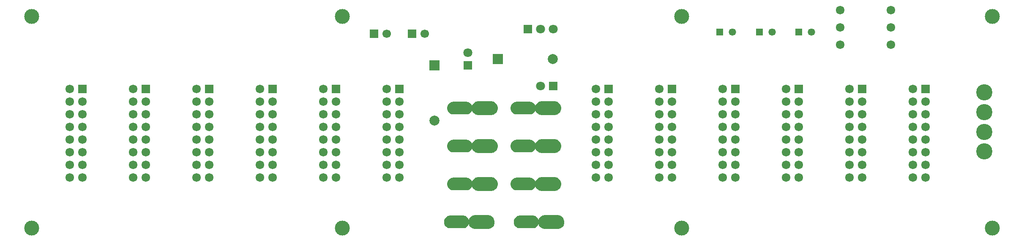
<source format=gbs>
G04 DipTrace 2.4.0.2*
%INbusboard_12_place_ext_workfinal.GBS*%
%MOMM*%
%ADD17C,1.8*%
%ADD32R,1.8X1.8*%
%ADD33C,1.8*%
%ADD36C,3.0*%
%ADD45C,1.724*%
%ADD47C,3.248*%
%ADD49C,2.0*%
%ADD50R,2.0X2.0*%
%ADD53C,1.7*%
%ADD55R,1.7X1.7*%
%ADD57R,1.47X1.47*%
%ADD59C,1.47*%
%ADD61R,1.724X1.724*%
%ADD63C,1.724*%
%FSLAX53Y53*%
G04*
G71*
G90*
G75*
G01*
%LNBotMask*%
%LPD*%
D63*
X129380Y39210D3*
Y36670D3*
Y34130D3*
Y31590D3*
Y29050D3*
Y26510D3*
Y23970D3*
X126840D3*
Y26510D3*
Y29050D3*
Y31590D3*
Y34130D3*
Y36670D3*
Y39210D3*
Y41750D3*
D61*
X129380D3*
D63*
X36670Y39210D3*
Y36670D3*
Y34130D3*
Y31590D3*
Y29050D3*
Y26510D3*
Y23970D3*
X34130D3*
Y26510D3*
Y29050D3*
Y31590D3*
Y34130D3*
Y36670D3*
Y39210D3*
Y41750D3*
D61*
X36670D3*
D63*
X87470Y39210D3*
Y36670D3*
Y34130D3*
Y31590D3*
Y29050D3*
Y26510D3*
Y23970D3*
X84930D3*
Y26510D3*
Y29050D3*
Y31590D3*
Y34130D3*
Y36670D3*
Y39210D3*
Y41750D3*
D61*
X87470D3*
D63*
X180180Y39210D3*
Y36670D3*
Y34130D3*
Y31590D3*
Y29050D3*
Y26510D3*
Y23970D3*
X177640D3*
Y26510D3*
Y29050D3*
Y31590D3*
Y34130D3*
Y36670D3*
Y39210D3*
Y41750D3*
D61*
X180180D3*
D63*
X167480Y39210D3*
Y36670D3*
Y34130D3*
Y31590D3*
Y29050D3*
Y26510D3*
Y23970D3*
X164940D3*
Y26510D3*
Y29050D3*
Y31590D3*
Y34130D3*
Y36670D3*
Y39210D3*
Y41750D3*
D61*
X167480D3*
D63*
X154780Y39210D3*
Y36670D3*
Y34130D3*
Y31590D3*
Y29050D3*
Y26510D3*
Y23970D3*
X152240D3*
Y26510D3*
Y29050D3*
Y31590D3*
Y34130D3*
Y36670D3*
Y39210D3*
Y41750D3*
D61*
X154780D3*
D63*
X142080Y39210D3*
Y36670D3*
Y34130D3*
Y31590D3*
Y29050D3*
Y26510D3*
Y23970D3*
X139540D3*
Y26510D3*
Y29050D3*
Y31590D3*
Y34130D3*
Y36670D3*
Y39210D3*
Y41750D3*
D61*
X142080D3*
D59*
X154145Y53180D3*
D57*
X151605D3*
D59*
X162083D3*
D57*
X159543D3*
D59*
X170020D3*
D57*
X167480D3*
D36*
X13810Y56355D3*
Y13810D3*
X206215Y56355D3*
Y13810D3*
G36*
X100804Y39210D2*
X101238Y39134D1*
X101621Y38914D1*
X101904Y38576D1*
X102056Y38162D1*
Y37721D1*
X101905Y37306D1*
X101622Y36968D1*
X101240Y36747D1*
X100806Y36670D1*
X98266D1*
X97832Y36746D1*
X97450Y36966D1*
X97166Y37304D1*
X97015Y37718D1*
X97014Y38159D1*
X97165Y38574D1*
X97448Y38912D1*
X97830Y39133D1*
X98264Y39210D1*
X100804D1*
G37*
G36*
X105813Y39310D2*
X106273Y39229D1*
X106686Y38991D1*
X106992Y38627D1*
X107155Y38179D1*
X107156Y37703D1*
X106993Y37255D1*
X106688Y36890D1*
X106275Y36652D1*
X105815Y36570D1*
X103257D1*
X102797Y36651D1*
X102384Y36889D1*
X102078Y37253D1*
X101915Y37701D1*
X101914Y38177D1*
X102077Y38625D1*
X102382Y38990D1*
X102795Y39228D1*
X103255Y39310D1*
X105813D1*
G37*
G36*
X100804Y31590D2*
X101238Y31514D1*
X101621Y31294D1*
X101904Y30956D1*
X102056Y30542D1*
Y30101D1*
X101905Y29686D1*
X101622Y29348D1*
X101240Y29127D1*
X100806Y29050D1*
X98266D1*
X97832Y29126D1*
X97450Y29346D1*
X97166Y29684D1*
X97015Y30098D1*
X97014Y30539D1*
X97165Y30954D1*
X97448Y31292D1*
X97830Y31513D1*
X98264Y31590D1*
X100804D1*
G37*
G36*
X105813Y31690D2*
X106273Y31609D1*
X106686Y31371D1*
X106992Y31007D1*
X107155Y30559D1*
X107156Y30083D1*
X106993Y29635D1*
X106688Y29270D1*
X106275Y29032D1*
X105815Y28950D1*
X103257D1*
X102797Y29031D1*
X102384Y29269D1*
X102078Y29633D1*
X101915Y30081D1*
X101914Y30557D1*
X102077Y31005D1*
X102382Y31370D1*
X102795Y31608D1*
X103255Y31690D1*
X105813D1*
G37*
G36*
X100804Y23970D2*
X101238Y23894D1*
X101621Y23674D1*
X101904Y23336D1*
X102056Y22922D1*
Y22481D1*
X101905Y22066D1*
X101622Y21728D1*
X101240Y21507D1*
X100806Y21430D1*
X98266D1*
X97832Y21506D1*
X97450Y21726D1*
X97166Y22064D1*
X97015Y22478D1*
X97014Y22919D1*
X97165Y23334D1*
X97448Y23672D1*
X97830Y23893D1*
X98264Y23970D1*
X100804D1*
G37*
G36*
X105813Y24070D2*
X106273Y23989D1*
X106686Y23751D1*
X106992Y23387D1*
X107155Y22939D1*
X107156Y22463D1*
X106993Y22015D1*
X106688Y21650D1*
X106275Y21412D1*
X105815Y21330D1*
X103257D1*
X102797Y21411D1*
X102384Y21649D1*
X102078Y22013D1*
X101915Y22461D1*
X101914Y22937D1*
X102077Y23385D1*
X102382Y23750D1*
X102795Y23988D1*
X103255Y24070D1*
X105813D1*
G37*
G36*
X100169Y16350D2*
X100603Y16274D1*
X100986Y16054D1*
X101269Y15716D1*
X101421Y15302D1*
Y14861D1*
X101270Y14446D1*
X100987Y14108D1*
X100605Y13887D1*
X100171Y13810D1*
X97631D1*
X97197Y13886D1*
X96815Y14106D1*
X96531Y14444D1*
X96380Y14858D1*
X96379Y15299D1*
X96530Y15714D1*
X96813Y16052D1*
X97195Y16273D1*
X97629Y16350D1*
X100169D1*
G37*
G36*
X105178Y16450D2*
X105638Y16369D1*
X106051Y16131D1*
X106357Y15767D1*
X106520Y15319D1*
X106521Y14843D1*
X106358Y14395D1*
X106053Y14030D1*
X105640Y13792D1*
X105180Y13710D1*
X102622D1*
X102162Y13791D1*
X101749Y14029D1*
X101443Y14393D1*
X101280Y14841D1*
X101279Y15317D1*
X101442Y15765D1*
X101747Y16130D1*
X102160Y16368D1*
X102620Y16450D1*
X105178D1*
G37*
D63*
X74770Y39210D3*
Y36670D3*
Y34130D3*
Y31590D3*
Y29050D3*
Y26510D3*
Y23970D3*
X72230D3*
Y26510D3*
Y29050D3*
Y31590D3*
Y34130D3*
Y36670D3*
Y39210D3*
Y41750D3*
D61*
X74770D3*
D63*
X62070Y39210D3*
Y36670D3*
Y34130D3*
Y31590D3*
Y29050D3*
Y26510D3*
Y23970D3*
X59530D3*
Y26510D3*
Y29050D3*
Y31590D3*
Y34130D3*
Y36670D3*
Y39210D3*
Y41750D3*
D61*
X62070D3*
D63*
X49370Y39210D3*
Y36670D3*
Y34130D3*
Y31590D3*
Y29050D3*
Y26510D3*
Y23970D3*
X46830D3*
Y26510D3*
Y29050D3*
Y31590D3*
Y34130D3*
Y36670D3*
Y39210D3*
Y41750D3*
D61*
X49370D3*
G36*
X114139Y16350D2*
X114573Y16274D1*
X114956Y16054D1*
X115239Y15716D1*
X115391Y15302D1*
Y14861D1*
X115240Y14446D1*
X114957Y14108D1*
X114575Y13887D1*
X114141Y13810D1*
X111601D1*
X111167Y13886D1*
X110785Y14106D1*
X110501Y14444D1*
X110350Y14858D1*
X110349Y15299D1*
X110500Y15714D1*
X110783Y16052D1*
X111165Y16273D1*
X111599Y16350D1*
X114139D1*
G37*
G36*
X119148Y16450D2*
X119608Y16369D1*
X120021Y16131D1*
X120327Y15767D1*
X120490Y15319D1*
X120491Y14843D1*
X120328Y14395D1*
X120023Y14030D1*
X119610Y13792D1*
X119150Y13710D1*
X116592D1*
X116132Y13791D1*
X115719Y14029D1*
X115413Y14393D1*
X115250Y14841D1*
X115249Y15317D1*
X115412Y15765D1*
X115717Y16130D1*
X116130Y16368D1*
X116590Y16450D1*
X119148D1*
G37*
G36*
X113504Y23970D2*
X113938Y23894D1*
X114321Y23674D1*
X114604Y23336D1*
X114756Y22922D1*
Y22481D1*
X114605Y22066D1*
X114322Y21728D1*
X113940Y21507D1*
X113506Y21430D1*
X110966D1*
X110532Y21506D1*
X110150Y21726D1*
X109866Y22064D1*
X109715Y22478D1*
X109714Y22919D1*
X109865Y23334D1*
X110148Y23672D1*
X110530Y23893D1*
X110964Y23970D1*
X113504D1*
G37*
G36*
X118513Y24070D2*
X118973Y23989D1*
X119386Y23751D1*
X119692Y23387D1*
X119855Y22939D1*
X119856Y22463D1*
X119693Y22015D1*
X119388Y21650D1*
X118975Y21412D1*
X118515Y21330D1*
X115957D1*
X115497Y21411D1*
X115084Y21649D1*
X114778Y22013D1*
X114615Y22461D1*
X114614Y22937D1*
X114777Y23385D1*
X115082Y23750D1*
X115495Y23988D1*
X115955Y24070D1*
X118513D1*
G37*
G36*
X113504Y31590D2*
X113938Y31514D1*
X114321Y31294D1*
X114604Y30956D1*
X114756Y30542D1*
Y30101D1*
X114605Y29686D1*
X114322Y29348D1*
X113940Y29127D1*
X113506Y29050D1*
X110966D1*
X110532Y29126D1*
X110150Y29346D1*
X109866Y29684D1*
X109715Y30098D1*
X109714Y30539D1*
X109865Y30954D1*
X110148Y31292D1*
X110530Y31513D1*
X110964Y31590D1*
X113504D1*
G37*
G36*
X118513Y31690D2*
X118973Y31609D1*
X119386Y31371D1*
X119692Y31007D1*
X119855Y30559D1*
X119856Y30083D1*
X119693Y29635D1*
X119388Y29270D1*
X118975Y29032D1*
X118515Y28950D1*
X115957D1*
X115497Y29031D1*
X115084Y29269D1*
X114778Y29633D1*
X114615Y30081D1*
X114614Y30557D1*
X114777Y31005D1*
X115082Y31370D1*
X115495Y31608D1*
X115955Y31690D1*
X118513D1*
G37*
G36*
X113504Y39210D2*
X113938Y39134D1*
X114321Y38914D1*
X114604Y38576D1*
X114756Y38162D1*
Y37721D1*
X114605Y37306D1*
X114322Y36968D1*
X113940Y36747D1*
X113506Y36670D1*
X110966D1*
X110532Y36746D1*
X110150Y36966D1*
X109866Y37304D1*
X109715Y37718D1*
X109714Y38159D1*
X109865Y38574D1*
X110148Y38912D1*
X110530Y39133D1*
X110964Y39210D1*
X113504D1*
G37*
G36*
X118513Y39310D2*
X118973Y39229D1*
X119386Y38991D1*
X119692Y38627D1*
X119855Y38179D1*
X119856Y37703D1*
X119693Y37255D1*
X119388Y36890D1*
X118975Y36652D1*
X118515Y36570D1*
X115957D1*
X115497Y36651D1*
X115084Y36889D1*
X114778Y37253D1*
X114615Y37701D1*
X114614Y38177D1*
X114777Y38625D1*
X115082Y38990D1*
X115495Y39228D1*
X115955Y39310D1*
X118513D1*
G37*
D55*
X90010Y52863D3*
D53*
X92550D3*
D55*
X82390D3*
D53*
X84930D3*
D63*
X23970Y39210D3*
Y36670D3*
Y34130D3*
Y31590D3*
Y29050D3*
Y26510D3*
Y23970D3*
X21430D3*
Y26510D3*
Y29050D3*
Y31590D3*
Y34130D3*
Y36670D3*
Y39210D3*
Y41750D3*
D61*
X23970D3*
D63*
X192880Y39210D3*
Y36670D3*
Y34130D3*
Y31590D3*
Y29050D3*
Y26510D3*
Y23970D3*
X190340D3*
Y26510D3*
Y29050D3*
Y31590D3*
Y34130D3*
Y36670D3*
Y39210D3*
Y41750D3*
D61*
X192880D3*
D36*
X76040Y56355D3*
Y13810D3*
X143985D3*
Y56355D3*
D32*
X113188Y53815D3*
D33*
X115728D3*
X118268D3*
D17*
X115728Y42385D3*
D32*
X118268D3*
X101123Y46513D3*
D17*
Y49053D3*
D50*
X107155Y47783D3*
D49*
X118205D3*
D47*
X204628Y41115D3*
Y37153D3*
Y33190D3*
Y29228D3*
D50*
X94455Y46513D3*
D49*
Y35463D3*
D63*
X175735Y57625D3*
D45*
X185895D3*
D63*
X175735Y54133D3*
D45*
X185895D3*
D63*
X175735Y50640D3*
D45*
X185895D3*
M02*

</source>
